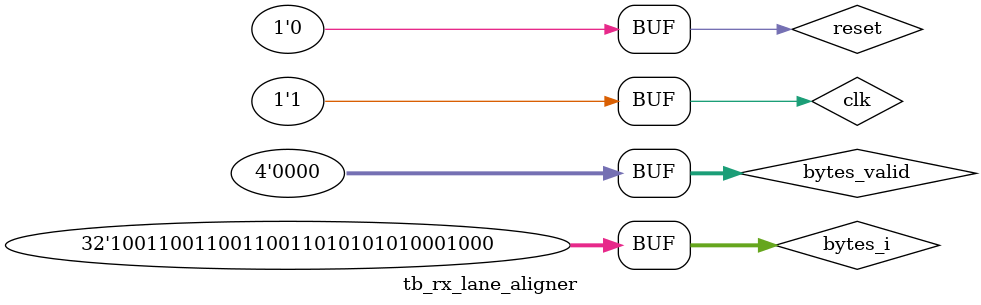
<source format=v>
`timescale 1ns/1ns

module tb_rx_lane_aligner;
	reg clk;
	reg [3:0]bytes_valid;
	reg  [31:0]bytes_i;
	wire [31:0]bytes_o;
	wire synced;
	reg reset;
	
wire reset_g;
GSR 
GSR_INST (
	.GSR_N(1'b1),
	.CLK(1'b0)
);
mipi_rx_lane_aligner ins1(	.clk_i(clk),
						.reset_i(reset),
						.bytes_valid_i(bytes_valid),
						.byte_i(bytes_i),
						.lane_valid_o(synced),
						.lane_byte_o(bytes_o));

task sendbytes;
	input [31:0]bytes;
	begin
	bytes_i = bytes;
	clk = 1'b0;
	#4
	clk = 1'b1;
	#4;
	end
endtask

initial begin
		reset = 1'b0;
		clk = 1'b0;
		bytes_valid = 4'h0;
		#50

		sendbytes(32'h00000000);
		reset = 1'h1;
		sendbytes(32'h00000000);
		reset = 1'h0;
		sendbytes(32'h00000000);
		sendbytes(32'h00000000);
		bytes_valid[1] = 1'h1;
		sendbytes(32'h0000B800);
		sendbytes(32'h00001100);
		sendbytes(32'h00002200);
		sendbytes(32'h00003300);
		bytes_valid[2] = 1'h1;
		bytes_valid[3] = 1'h1;
		sendbytes(32'hB8B84400);
		bytes_valid[0] = 1'h1;
		sendbytes(32'h111155B8);
		sendbytes(32'h22226611);
		sendbytes(32'h33337722);
		sendbytes(32'h44448833);
		bytes_valid[1] = 1'h0;
		sendbytes(32'h55556644);
		sendbytes(32'h66667755);
		sendbytes(32'h77778866);

		sendbytes(32'h88889977);
		bytes_valid[2] = 1'h0;
		bytes_valid[3] = 1'h0;
		
		sendbytes(32'h9999AA88);
		bytes_valid[0] = 1'h0;
		sendbytes(32'h00000000);
		sendbytes(32'h00000000);
		sendbytes(32'h00000000);
		sendbytes(32'h00000000);
		
		sendbytes(32'h00000000);
		sendbytes(32'h00000000);
		sendbytes(32'h00000000);
		sendbytes(32'h00000000);
		sendbytes(32'h00000000);
		bytes_valid[1] = 1'h1;
		sendbytes(32'h0000B800);
		sendbytes(32'h00001100);
		bytes_valid[2] = 1'h1;
		bytes_valid[3] = 1'h1;
		sendbytes(32'hB8B82200);
		bytes_valid[0] = 1'h1;
		sendbytes(32'h111133B8);
		sendbytes(32'h22224411);
		sendbytes(32'h33335522);
		sendbytes(32'h4444663);
		sendbytes(32'h5555774);
		sendbytes(32'h66668855);
		bytes_valid[1] = 1'h0;
		sendbytes(32'h77778866);

		sendbytes(32'h88889977);
		bytes_valid[2] = 1'h0;
		bytes_valid[3] = 1'h0;
		
		sendbytes(32'h9999AA88);
		bytes_valid[0] = 1'h0;
		

end

endmodule
</source>
